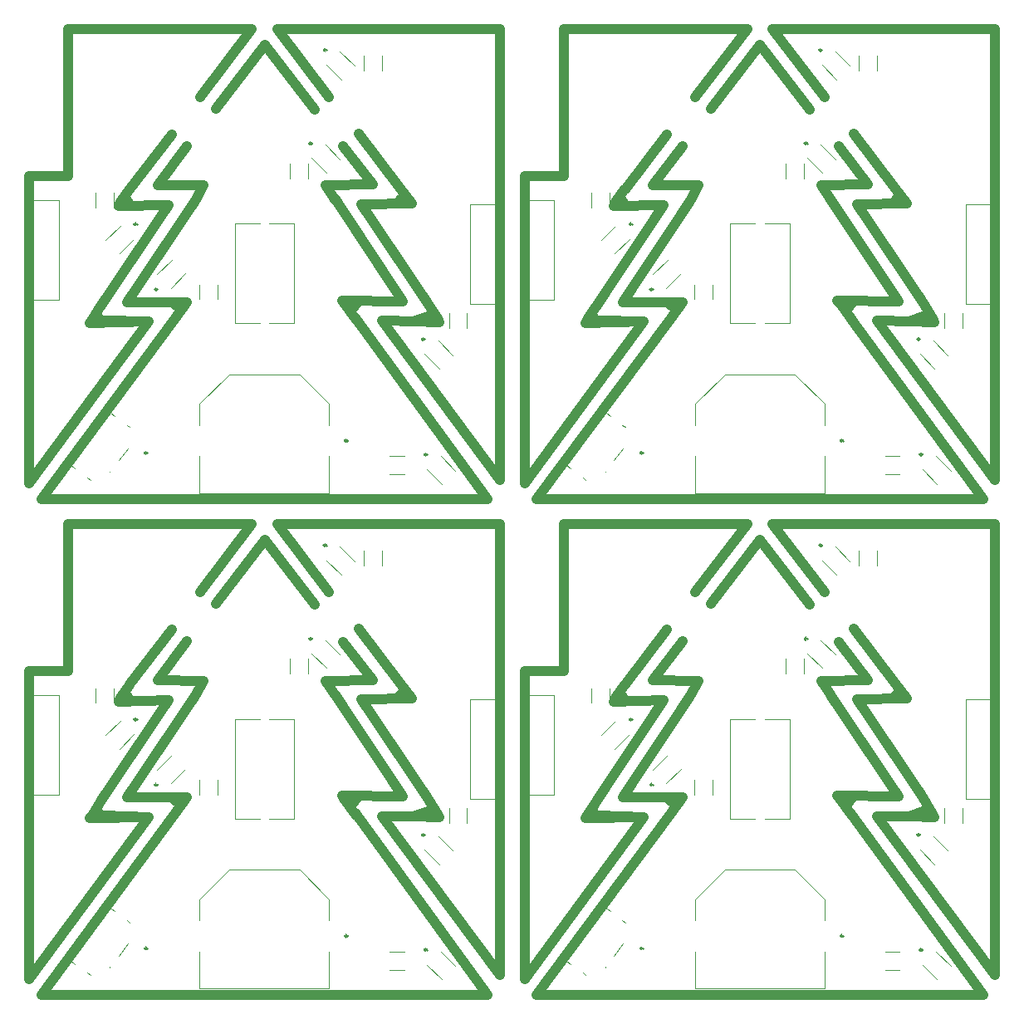
<source format=gto>
%FSTAX23Y23*%
%MOIN*%
%SFA1B1*%

%IPPOS*%
%ADD19C,0.000000*%
%ADD25C,0.009840*%
%ADD26C,0.039370*%
%LNpcb_panel_v3-1*%
%LPD*%
G54D19*
X01684Y01383D02*
X01804Y01501D01*
X02085D02*
X02204Y01383D01*
Y01298D02*
Y01383D01*
X01804Y01501D02*
X02085D01*
X01684Y01025D02*
X02204D01*
Y01174*
X01684Y01298D02*
Y01383D01*
Y01025D02*
Y01174D01*
X01359Y01157D02*
X01395Y01206D01*
X01323Y0111D02*
X01324Y01111D01*
X01151Y0115D02*
X01184Y01124D01*
X01233Y01088D02*
X01245Y01079D01*
X01151Y0115D02*
X0131Y0136D01*
X01343Y01335*
X01392Y01298D02*
X01404Y01289D01*
X02415Y02722D02*
Y02781D01*
X02342Y02722D02*
Y02781D01*
X02685Y01688D02*
Y01748D01*
X02757Y01688D02*
Y01748D01*
X02189Y02424D02*
X02247Y02365D01*
X01568Y01849D02*
X01627Y01907D01*
X01514Y01903D02*
X01572Y01961D01*
X02597Y0112D02*
X02655Y01061D01*
X02651Y01174D02*
X02709Y01116D01*
X01963Y01707D02*
X02063D01*
Y02107*
X01963D02*
X02063D01*
X01825Y01707D02*
X01925D01*
X01825D02*
Y02107D01*
X01925*
X0212Y02289D02*
Y02348D01*
X02047Y02289D02*
Y02348D01*
X01755Y01803D02*
Y01862D01*
X01682Y01803D02*
Y01862D01*
X02446Y011D02*
X02505D01*
X02446Y01173D02*
X02505D01*
X01307Y02041D02*
X01366Y02099D01*
X01362Y01986D02*
X0142Y02045D01*
X02587Y01583D02*
X02645Y01524D01*
X02641Y01637D02*
X02699Y01578D01*
X01019Y02202D02*
X01119D01*
Y01802D02*
Y02202D01*
X01019Y01802D02*
X01119D01*
X0277Y02185D02*
X0287D01*
X0277Y01785D02*
Y02185D01*
Y01785D02*
X0287D01*
X01267Y02171D02*
Y0223D01*
X0134Y02171D02*
Y0223D01*
X01157Y02299D02*
Y02889D01*
X01Y02299D02*
X01157D01*
X02193Y02744D02*
X02251Y02686D01*
X02247Y02798D02*
X02306Y0274D01*
X02134Y02369D02*
X02193Y02311D01*
X03673Y01383D02*
X03792Y01501D01*
X04073D02*
X04193Y01383D01*
Y01298D02*
Y01383D01*
X03792Y01501D02*
X04073D01*
X03673Y01025D02*
X04193D01*
Y01174*
X03673Y01298D02*
Y01383D01*
Y01025D02*
Y01174D01*
X03347Y01157D02*
X03383Y01206D01*
X03311Y0111D02*
X03312Y01111D01*
X03139Y0115D02*
X03172Y01124D01*
X03221Y01088D02*
X03233Y01079D01*
X03139Y0115D02*
X03298Y0136D01*
X03331Y01335*
X0338Y01298D02*
X03392Y01289D01*
X04403Y02722D02*
Y02781D01*
X0433Y02722D02*
Y02781D01*
X04673Y01688D02*
Y01748D01*
X04746Y01688D02*
Y01748D01*
X04177Y02424D02*
X04235Y02365D01*
X03556Y01849D02*
X03615Y01907D01*
X03502Y01903D02*
X03561Y01961D01*
X04585Y0112D02*
X04643Y01061D01*
X04639Y01174D02*
X04698Y01116D01*
X03952Y01707D02*
X04052D01*
Y02107*
X03952D02*
X04052D01*
X03814Y01707D02*
X03914D01*
X03814D02*
Y02107D01*
X03914*
X04108Y02289D02*
Y02348D01*
X04035Y02289D02*
Y02348D01*
X03743Y01803D02*
Y01862D01*
X0367Y01803D02*
Y01862D01*
X04435Y011D02*
X04494D01*
X04435Y01173D02*
X04494D01*
X03295Y02041D02*
X03354Y02099D01*
X0335Y01986D02*
X03408Y02045D01*
X04575Y01583D02*
X04633Y01524D01*
X04629Y01637D02*
X04687Y01578D01*
X03007Y02202D02*
X03107D01*
Y01802D02*
Y02202D01*
X03007Y01802D02*
X03107D01*
X04758Y02185D02*
X04858D01*
X04758Y01785D02*
Y02185D01*
Y01785D02*
X04858D01*
X03255Y02171D02*
Y0223D01*
X03328Y02171D02*
Y0223D01*
X03145Y02299D02*
Y02889D01*
X02988Y02299D02*
X03145D01*
X04181Y02744D02*
X04239Y02686D01*
X04235Y02798D02*
X04294Y0274D01*
X04123Y02369D02*
X04181Y02311D01*
X01684Y03371D02*
X01804Y03489D01*
X02085D02*
X02204Y03371D01*
Y03286D02*
Y03371D01*
X01804Y03489D02*
X02085D01*
X01684Y03014D02*
X02204D01*
Y03162*
X01684Y03286D02*
Y03371D01*
Y03014D02*
Y03162D01*
X01359Y03145D02*
X01395Y03194D01*
X01323Y03098D02*
X01324Y031D01*
X01151Y03138D02*
X01184Y03113D01*
X01233Y03076D02*
X01245Y03067D01*
X01151Y03138D02*
X0131Y03348D01*
X01343Y03323*
X01392Y03287D02*
X01404Y03278D01*
X02415Y0471D02*
Y04769D01*
X02342Y0471D02*
Y04769D01*
X02685Y03677D02*
Y03736D01*
X02757Y03677D02*
Y03736D01*
X02189Y04412D02*
X02247Y04353D01*
X01568Y03837D02*
X01627Y03895D01*
X01514Y03891D02*
X01572Y0395D01*
X02597Y03108D02*
X02655Y03049D01*
X02651Y03162D02*
X02709Y03104D01*
X01963Y03695D02*
X02063D01*
Y04095*
X01963D02*
X02063D01*
X01825Y03695D02*
X01925D01*
X01825D02*
Y04095D01*
X01925*
X0212Y04277D02*
Y04336D01*
X02047Y04277D02*
Y04336D01*
X01755Y03791D02*
Y0385D01*
X01682Y03791D02*
Y0385D01*
X02446Y03088D02*
X02505D01*
X02446Y03161D02*
X02505D01*
X01307Y04029D02*
X01366Y04087D01*
X01362Y03975D02*
X0142Y04033D01*
X02587Y03571D02*
X02645Y03512D01*
X02641Y03625D02*
X02699Y03567D01*
X01019Y0419D02*
X01119D01*
Y0379D02*
Y0419D01*
X01019Y0379D02*
X01119D01*
X0277Y04174D02*
X0287D01*
X0277Y03774D02*
Y04174D01*
Y03774D02*
X0287D01*
X01267Y04159D02*
Y04218D01*
X0134Y04159D02*
Y04218D01*
X01157Y04287D02*
Y04877D01*
X01Y04287D02*
X01157D01*
X02193Y04732D02*
X02251Y04674D01*
X02247Y04786D02*
X02306Y04728D01*
X02134Y04358D02*
X02193Y04299D01*
X03673Y03371D02*
X03792Y03489D01*
X04073D02*
X04193Y03371D01*
Y03286D02*
Y03371D01*
X03792Y03489D02*
X04073D01*
X03673Y03014D02*
X04193D01*
Y03162*
X03673Y03286D02*
Y03371D01*
Y03014D02*
Y03162D01*
X03347Y03145D02*
X03383Y03194D01*
X03311Y03098D02*
X03312Y031D01*
X03139Y03138D02*
X03172Y03113D01*
X03221Y03076D02*
X03233Y03067D01*
X03139Y03138D02*
X03298Y03348D01*
X03331Y03323*
X0338Y03287D02*
X03392Y03278D01*
X04403Y0471D02*
Y04769D01*
X0433Y0471D02*
Y04769D01*
X04673Y03677D02*
Y03736D01*
X04746Y03677D02*
Y03736D01*
X04177Y04412D02*
X04235Y04353D01*
X03556Y03837D02*
X03615Y03895D01*
X03502Y03891D02*
X03561Y0395D01*
X04585Y03108D02*
X04643Y03049D01*
X04639Y03162D02*
X04698Y03104D01*
X03952Y03695D02*
X04052D01*
Y04095*
X03952D02*
X04052D01*
X03814Y03695D02*
X03914D01*
X03814D02*
Y04095D01*
X03914*
X04108Y04277D02*
Y04336D01*
X04035Y04277D02*
Y04336D01*
X03743Y03791D02*
Y0385D01*
X0367Y03791D02*
Y0385D01*
X04435Y03088D02*
X04494D01*
X04435Y03161D02*
X04494D01*
X03295Y04029D02*
X03354Y04087D01*
X0335Y03975D02*
X03408Y04033D01*
X04575Y03571D02*
X04633Y03512D01*
X04629Y03625D02*
X04687Y03567D01*
X03007Y0419D02*
X03107D01*
Y0379D02*
Y0419D01*
X03007Y0379D02*
X03107D01*
X04758Y04174D02*
X04858D01*
X04758Y03774D02*
Y04174D01*
Y03774D02*
X04858D01*
X03255Y04159D02*
Y04218D01*
X03328Y04159D02*
Y04218D01*
X03145Y04287D02*
Y04877D01*
X02988Y04287D02*
X03145D01*
X04181Y04732D02*
X04239Y04674D01*
X04235Y04786D02*
X04294Y04728D01*
X04123Y04358D02*
X04181Y04299D01*
G54D25*
X02277Y01236D02*
D01*
D01*
G75*
G03X02267I-00004J0D01*
G74*G01*
D01*
G75*
G03X02277I00004J0D01*
G74*G01*
X01473Y01186D02*
D01*
D01*
G75*
G03X01463I-00004J0D01*
G74*G01*
D01*
G75*
G03X01473I00004J0D01*
G74*G01*
X02192Y02804D02*
D01*
D01*
G75*
G03X02182I-00004J0D01*
G74*G01*
D01*
G75*
G03X02192I00004J0D01*
G74*G01*
X02134Y02429D02*
D01*
D01*
G75*
G03X02124I-00004J0D01*
G74*G01*
D01*
G75*
G03X02134I00004J0D01*
G74*G01*
X01513Y01843D02*
D01*
D01*
G75*
G03X01504I-00004J0D01*
G74*G01*
D01*
G75*
G03X01513I00004J0D01*
G74*G01*
X02596Y0118D02*
D01*
D01*
G75*
G03X02586I-00004J0D01*
G74*G01*
D01*
G75*
G03X02596I00004J0D01*
G74*G01*
X01431Y02105D02*
D01*
D01*
G75*
G03X01421I-00004J0D01*
G74*G01*
D01*
G75*
G03X01431I00004J0D01*
G74*G01*
X02586Y01642D02*
D01*
D01*
G75*
G03X02576I-00004J0D01*
G74*G01*
D01*
G75*
G03X02586I00004J0D01*
G74*G01*
X04265Y01236D02*
D01*
D01*
G75*
G03X04256I-00004J0D01*
G74*G01*
D01*
G75*
G03X04265I00004J0D01*
G74*G01*
X03461Y01186D02*
D01*
D01*
G75*
G03X03452I-00004J0D01*
G74*G01*
D01*
G75*
G03X03461I00004J0D01*
G74*G01*
X0418Y02804D02*
D01*
D01*
G75*
G03X04171I-00004J0D01*
G74*G01*
D01*
G75*
G03X0418I00004J0D01*
G74*G01*
X04122Y02429D02*
D01*
D01*
G75*
G03X04112I-00004J0D01*
G74*G01*
D01*
G75*
G03X04122I00004J0D01*
G74*G01*
X03502Y01843D02*
D01*
D01*
G75*
G03X03492I-00004J0D01*
G74*G01*
D01*
G75*
G03X03502I00004J0D01*
G74*G01*
X04584Y0118D02*
D01*
D01*
G75*
G03X04574I-00004J0D01*
G74*G01*
D01*
G75*
G03X04584I00004J0D01*
G74*G01*
X03419Y02105D02*
D01*
D01*
G75*
G03X03409I-00004J0D01*
G74*G01*
D01*
G75*
G03X03419I00004J0D01*
G74*G01*
X04574Y01642D02*
D01*
D01*
G75*
G03X04564I-00004J0D01*
G74*G01*
D01*
G75*
G03X04574I00004J0D01*
G74*G01*
X02277Y03224D02*
D01*
D01*
G75*
G03X02267I-00004J0D01*
G74*G01*
D01*
G75*
G03X02277I00004J0D01*
G74*G01*
X01473Y03175D02*
D01*
D01*
G75*
G03X01463I-00004J0D01*
G74*G01*
D01*
G75*
G03X01473I00004J0D01*
G74*G01*
X02192Y04792D02*
D01*
D01*
G75*
G03X02182I-00004J0D01*
G74*G01*
D01*
G75*
G03X02192I00004J0D01*
G74*G01*
X02134Y04417D02*
D01*
D01*
G75*
G03X02124I-00004J0D01*
G74*G01*
D01*
G75*
G03X02134I00004J0D01*
G74*G01*
X01513Y03831D02*
D01*
D01*
G75*
G03X01504I-00004J0D01*
G74*G01*
D01*
G75*
G03X01513I00004J0D01*
G74*G01*
X02596Y03168D02*
D01*
D01*
G75*
G03X02586I-00004J0D01*
G74*G01*
D01*
G75*
G03X02596I00004J0D01*
G74*G01*
X01431Y04093D02*
D01*
D01*
G75*
G03X01421I-00004J0D01*
G74*G01*
D01*
G75*
G03X01431I00004J0D01*
G74*G01*
X02586Y03631D02*
D01*
D01*
G75*
G03X02576I-00004J0D01*
G74*G01*
D01*
G75*
G03X02586I00004J0D01*
G74*G01*
X04265Y03224D02*
D01*
D01*
G75*
G03X04256I-00004J0D01*
G74*G01*
D01*
G75*
G03X04265I00004J0D01*
G74*G01*
X03461Y03175D02*
D01*
D01*
G75*
G03X03452I-00004J0D01*
G74*G01*
D01*
G75*
G03X03461I00004J0D01*
G74*G01*
X0418Y04792D02*
D01*
D01*
G75*
G03X04171I-00004J0D01*
G74*G01*
D01*
G75*
G03X0418I00004J0D01*
G74*G01*
X04122Y04417D02*
D01*
D01*
G75*
G03X04112I-00004J0D01*
G74*G01*
D01*
G75*
G03X04122I00004J0D01*
G74*G01*
X03502Y03831D02*
D01*
D01*
G75*
G03X03492I-00004J0D01*
G74*G01*
D01*
G75*
G03X03502I00004J0D01*
G74*G01*
X04584Y03168D02*
D01*
D01*
G75*
G03X04574I-00004J0D01*
G74*G01*
D01*
G75*
G03X04584I00004J0D01*
G74*G01*
X03419Y04093D02*
D01*
D01*
G75*
G03X03409I-00004J0D01*
G74*G01*
D01*
G75*
G03X03419I00004J0D01*
G74*G01*
X04574Y03631D02*
D01*
D01*
G75*
G03X04564I-00004J0D01*
G74*G01*
D01*
G75*
G03X04574I00004J0D01*
G74*G01*
G54D26*
X01404Y02245D02*
X01571Y02465D01*
X01686Y02616D02*
X01893Y02889D01*
X01275Y01736D02*
X01287Y01716D01*
X01299Y01719*
X01478Y01713*
X01244Y01708D02*
X01478Y01713D01*
X01244Y01708D02*
X01251Y0172D01*
X01284Y0177*
X01389Y02204D02*
X01405Y02181D01*
X01358Y02177D02*
X01558Y02182D01*
X01358Y02177D02*
X01366Y02192D01*
X01402Y02243*
X02543Y01716D02*
X02608Y01738D01*
X02543Y01716D02*
X02645Y01712D01*
X02641Y0172D02*
X02645Y01712D01*
X02594Y01799D02*
X02641Y0172D01*
X02474Y02189D02*
X02487Y02199D01*
X0249Y02203D02*
X02512Y02219D01*
X02489Y02249D02*
X02535Y02188D01*
X02334Y02186D02*
X02535Y02188D01*
X01996Y02889D02*
X02203Y02616D01*
X02322Y02468D02*
X02489Y02249D01*
X02334Y02186D02*
X02594Y01799D01*
X02415Y01717D02*
X02555Y01716D01*
X02415Y01717D02*
X02889Y01078D01*
Y02889*
X01996D02*
X02889D01*
X01157D02*
X01893D01*
X01157Y02299D02*
Y02889D01*
X01Y02299D02*
X01157D01*
X01Y01062D02*
Y02299D01*
Y01062D02*
X01478Y01713D01*
X01287Y01775D02*
X01558Y02182D01*
X01581Y01783D02*
X01606Y01763D01*
X02299Y01768D02*
X02318Y01792D01*
X01049Y01D02*
X0284D01*
X02255Y01799D02*
X02499Y01796D01*
X02255Y01799D02*
X02267Y01783D01*
X02314Y0172*
X01618Y01791D02*
X01625D01*
X01633*
X0158Y01718D02*
X01633Y01791D01*
X01393Y01792D02*
X01625Y01791D01*
X01665Y02199D02*
X01698Y02259D01*
X01515Y02261D02*
X01698Y02259D01*
X0219D02*
X02226Y02206D01*
X0219Y02259D02*
X02378Y02264D01*
X01049Y01D02*
X0158Y01718D01*
X01393Y01792D02*
X01665Y02199D01*
X02228Y02203D02*
X02499Y01796D01*
X02309Y01728D02*
X0284Y01D01*
X02259Y02417D02*
X02378Y02264D01*
X01515Y02261D02*
X01634Y02418D01*
X01749Y02569D02*
X01945Y02825D01*
X02146Y02565*
X03392Y02245D02*
X03559Y02465D01*
X03674Y02616D02*
X03881Y02889D01*
X03263Y01736D02*
X03275Y01716D01*
X03288Y01719*
X03466Y01713*
X03232Y01708D02*
X03466Y01713D01*
X03232Y01708D02*
X0324Y0172D01*
X03272Y0177*
X03377Y02204D02*
X03393Y02181D01*
X03346Y02177D02*
X03547Y02182D01*
X03346Y02177D02*
X03354Y02192D01*
X0339Y02243*
X04531Y01716D02*
X04596Y01738D01*
X04531Y01716D02*
X04633Y01712D01*
X04629Y0172D02*
X04633Y01712D01*
X04582Y01799D02*
X04629Y0172D01*
X04462Y02189D02*
X04475Y02199D01*
X04479Y02203D02*
X045Y02219D01*
X04477Y02249D02*
X04523Y02188D01*
X04323Y02186D02*
X04523Y02188D01*
X03984Y02889D02*
X04191Y02616D01*
X0431Y02468D02*
X04477Y02249D01*
X04323Y02186D02*
X04582Y01799D01*
X04403Y01717D02*
X04543Y01716D01*
X04403Y01717D02*
X04877Y01078D01*
Y02889*
X03984D02*
X04877D01*
X03145D02*
X03881D01*
X03145Y02299D02*
Y02889D01*
X02988Y02299D02*
X03145D01*
X02988Y01062D02*
Y02299D01*
Y01062D02*
X03466Y01713D01*
X03275Y01775D02*
X03547Y02182D01*
X03569Y01783D02*
X03594Y01763D01*
X04287Y01768D02*
X04306Y01792D01*
X03037Y01D02*
X04828D01*
X04244Y01799D02*
X04488Y01796D01*
X04244Y01799D02*
X04255Y01783D01*
X04303Y0172*
X03606Y01791D02*
X03614D01*
X03622*
X03568Y01718D02*
X03622Y01791D01*
X03381Y01792D02*
X03614Y01791D01*
X03653Y02199D02*
X03687Y02259D01*
X03503Y02261D02*
X03687Y02259D01*
X04179D02*
X04215Y02206D01*
X04179Y02259D02*
X04366Y02264D01*
X03037Y01D02*
X03568Y01718D01*
X03381Y01792D02*
X03653Y02199D01*
X04216Y02203D02*
X04488Y01796D01*
X04297Y01728D02*
X04828Y01D01*
X04248Y02417D02*
X04366Y02264D01*
X03503Y02261D02*
X03623Y02418D01*
X03737Y02569D02*
X03933Y02825D01*
X04134Y02565*
X01404Y04233D02*
X01571Y04453D01*
X01686Y04604D02*
X01893Y04877D01*
X01275Y03724D02*
X01287Y03704D01*
X01299Y03707*
X01478Y03701*
X01244Y03696D02*
X01478Y03701D01*
X01244Y03696D02*
X01251Y03708D01*
X01284Y03758*
X01389Y04192D02*
X01405Y04169D01*
X01358Y04165D02*
X01558Y0417D01*
X01358Y04165D02*
X01366Y04181D01*
X01402Y04231*
X02543Y03704D02*
X02608Y03726D01*
X02543Y03704D02*
X02645Y037D01*
X02641Y03708D02*
X02645Y037D01*
X02594Y03787D02*
X02641Y03708D01*
X02474Y04177D02*
X02487Y04187D01*
X0249Y04191D02*
X02512Y04207D01*
X02489Y04237D02*
X02535Y04177D01*
X02334Y04174D02*
X02535Y04177D01*
X01996Y04877D02*
X02203Y04604D01*
X02322Y04457D02*
X02489Y04237D01*
X02334Y04174D02*
X02594Y03787D01*
X02415Y03705D02*
X02555Y03704D01*
X02415Y03705D02*
X02889Y03066D01*
Y04877*
X01996D02*
X02889D01*
X01157D02*
X01893D01*
X01157Y04287D02*
Y04877D01*
X01Y04287D02*
X01157D01*
X01Y03051D02*
Y04287D01*
Y03051D02*
X01478Y03701D01*
X01287Y03763D02*
X01558Y0417D01*
X01581Y03771D02*
X01606Y03751D01*
X02299Y03756D02*
X02318Y0378D01*
X01049Y02988D02*
X0284D01*
X02255Y03787D02*
X02499Y03784D01*
X02255Y03787D02*
X02267Y03771D01*
X02314Y03708*
X01618Y03779D02*
X01625D01*
X01633*
X0158Y03706D02*
X01633Y03779D01*
X01393Y0378D02*
X01625Y03779D01*
X01665Y04187D02*
X01698Y04248D01*
X01515Y04249D02*
X01698Y04248D01*
X0219D02*
X02226Y04194D01*
X0219Y04248D02*
X02378Y04253D01*
X01049Y02988D02*
X0158Y03706D01*
X01393Y0378D02*
X01665Y04187D01*
X02228Y04191D02*
X02499Y03784D01*
X02309Y03716D02*
X0284Y02988D01*
X02259Y04405D02*
X02378Y04253D01*
X01515Y04249D02*
X01634Y04406D01*
X01749Y04557D02*
X01945Y04813D01*
X02146Y04553*
X03392Y04233D02*
X03559Y04453D01*
X03674Y04604D02*
X03881Y04877D01*
X03263Y03724D02*
X03275Y03704D01*
X03288Y03707*
X03466Y03701*
X03232Y03696D02*
X03466Y03701D01*
X03232Y03696D02*
X0324Y03708D01*
X03272Y03758*
X03377Y04192D02*
X03393Y04169D01*
X03346Y04165D02*
X03547Y0417D01*
X03346Y04165D02*
X03354Y04181D01*
X0339Y04231*
X04531Y03704D02*
X04596Y03726D01*
X04531Y03704D02*
X04633Y037D01*
X04629Y03708D02*
X04633Y037D01*
X04582Y03787D02*
X04629Y03708D01*
X04462Y04177D02*
X04475Y04187D01*
X04479Y04191D02*
X045Y04207D01*
X04477Y04237D02*
X04523Y04177D01*
X04323Y04174D02*
X04523Y04177D01*
X03984Y04877D02*
X04191Y04604D01*
X0431Y04457D02*
X04477Y04237D01*
X04323Y04174D02*
X04582Y03787D01*
X04403Y03705D02*
X04543Y03704D01*
X04403Y03705D02*
X04877Y03066D01*
Y04877*
X03984D02*
X04877D01*
X03145D02*
X03881D01*
X03145Y04287D02*
Y04877D01*
X02988Y04287D02*
X03145D01*
X02988Y03051D02*
Y04287D01*
Y03051D02*
X03466Y03701D01*
X03275Y03763D02*
X03547Y0417D01*
X03569Y03771D02*
X03594Y03751D01*
X04287Y03756D02*
X04306Y0378D01*
X03037Y02988D02*
X04828D01*
X04244Y03787D02*
X04488Y03784D01*
X04244Y03787D02*
X04255Y03771D01*
X04303Y03708*
X03606Y03779D02*
X03614D01*
X03622*
X03568Y03706D02*
X03622Y03779D01*
X03381Y0378D02*
X03614Y03779D01*
X03653Y04187D02*
X03687Y04248D01*
X03503Y04249D02*
X03687Y04248D01*
X04179D02*
X04215Y04194D01*
X04179Y04248D02*
X04366Y04253D01*
X03037Y02988D02*
X03568Y03706D01*
X03381Y0378D02*
X03653Y04187D01*
X04216Y04191D02*
X04488Y03784D01*
X04297Y03716D02*
X04828Y02988D01*
X04248Y04405D02*
X04366Y04253D01*
X03503Y04249D02*
X03623Y04406D01*
X03737Y04557D02*
X03933Y04813D01*
X04134Y04553*
M02*
</source>
